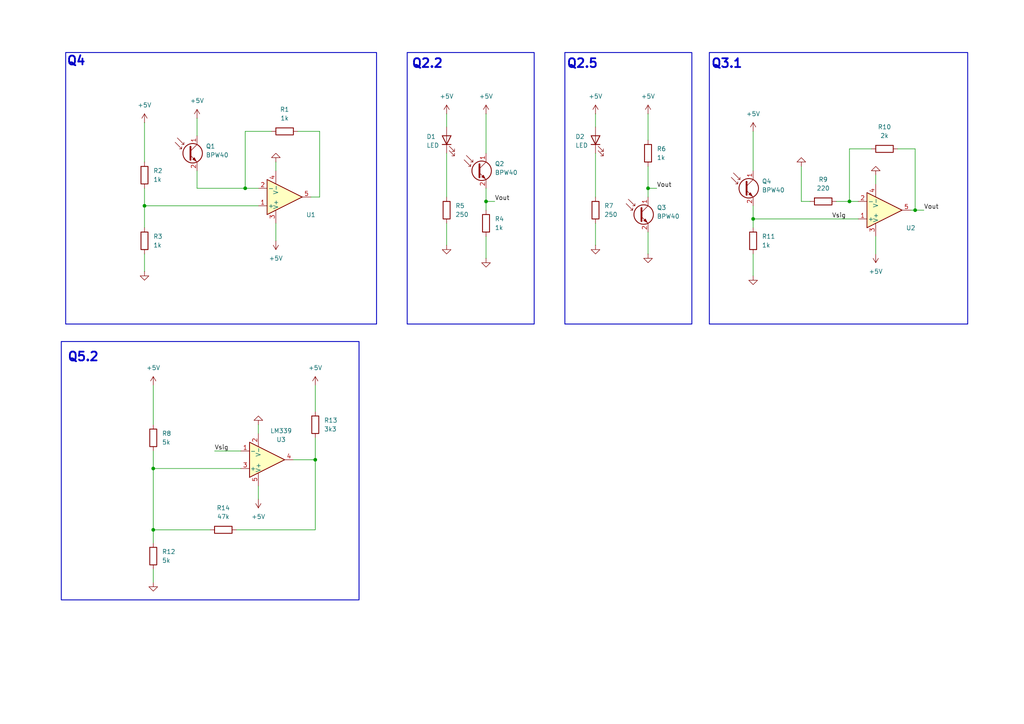
<source format=kicad_sch>
(kicad_sch (version 20250114) (generator "eeschema") (generator_version "9.0")
  (paper "A4")
  (lib_symbols
    (symbol "Comparator:LM397" (pin_names (offset 0.127))
      (property "Reference" "U" (at 1.27 5.08 0))
      (property "Value" "LM397" (at 3.81 -5.08 0))
      (symbol "LM397_0_1"
        (polyline (pts (xy -5.08 5.08) (xy 5.08 0) (xy -5.08 -5.08) (xy -5.08 5.08)) (stroke (width 0.254)) (fill (type background)))
      )
      (symbol "LM397_1_1"
        (pin input line (at -7.62 2.54 0) (length 2.54) (name "+") (number "3"))
        (pin input line (at -7.62 -2.54 0) (length 2.54) (name "-") (number "1"))
        (pin power_in line (at -2.54 7.62 270) (length 3.81) (name "V+") (number "5"))
        (pin power_in line (at -2.54 -7.62 90) (length 3.81) (name "V-") (number "2"))
        (pin open_collector line (at 7.62 0 180) (length 2.54) (name "~") (number "4"))
      )
    )
    (symbol "Device:LED" (pin_numbers (hide yes)) (pin_names (offset 1.016) (hide yes))
      (property "Reference" "D" (at 0 2.54 0))
      (property "Value" "LED" (at 0 -2.54 0))
      (symbol "LED_0_1"
        (polyline (pts (xy -3.048 -0.762) (xy -4.572 -2.286) (xy -3.81 -2.286) (xy -4.572 -2.286) (xy -4.572 -1.524)))
        (polyline (pts (xy -1.778 -0.762) (xy -3.302 -2.286) (xy -2.54 -2.286) (xy -3.302 -2.286) (xy -3.302 -1.524)))
        (polyline (pts (xy -1.27 0) (xy 1.27 0)))
        (polyline (pts (xy -1.27 -1.27) (xy -1.27 1.27)) (stroke (width 0.254)))
        (polyline (pts (xy 1.27 -1.27) (xy 1.27 1.27) (xy -1.27 0) (xy 1.27 -1.27)) (stroke (width 0.254)))
      )
      (symbol "LED_1_1"
        (pin passive line (at -3.81 0 0) (length 2.54) (name "K") (number "1"))
        (pin passive line (at 3.81 0 180) (length 2.54) (name "A") (number "2"))
      )
    )
    (symbol "Device:R" (pin_numbers (hide yes)) (pin_names (offset 0))
      (property "Reference" "R" (at 2.032 0 90))
      (property "Value" "R" (at 0 0 90))
      (symbol "R_0_1"
        (rectangle (start -1.016 -2.54) (end 1.016 2.54) (stroke (width 0.254)))
      )
      (symbol "R_1_1"
        (pin passive line (at 0 3.81 270) (length 1.27) (name "~") (number "1"))
        (pin passive line (at 0 -3.81 90) (length 1.27) (name "~") (number "2"))
      )
    )
    (symbol "Sensor_Optical:BPW40" (pin_names (offset 0) (hide yes))
      (property "Reference" "Q" (at 5.08 1.27 0))
      (property "Value" "BPW40" (at 5.08 -1.27 0))
      (symbol "BPW40_0_1"
        (polyline (pts (xy -3.81 3.175) (xy -1.905 1.27) (xy -1.905 1.905)))
        (polyline (pts (xy -3.175 4.445) (xy -1.27 2.54) (xy -1.27 3.175)))
        (polyline (pts (xy -1.905 1.27) (xy -2.54 1.27)))
        (polyline (pts (xy -1.27 2.54) (xy -1.905 2.54)))
        (polyline (pts (xy 0.635 1.905) (xy 0.635 -1.905)) (stroke (width 0.508)))
        (polyline (pts (xy 0.635 0.635) (xy 2.54 2.54)))
        (polyline (pts (xy 0.635 -0.635) (xy 2.54 -2.54)))
        (circle (center 1.27 0) (radius 2.8194) (stroke (width 0.254)))
        (polyline (pts (xy 1.27 -1.778) (xy 1.778 -1.27) (xy 2.286 -2.286) (xy 1.27 -1.778)) (fill (type outline)))
      )
      (symbol "BPW40_1_1"
        (pin passive line (at 2.54 5.08 270) (length 2.54) (name "C") (number "1"))
        (pin passive line (at 2.54 -5.08 90) (length 2.54) (name "E") (number "2"))
      )
    )
    (symbol "Simulation_SPICE:OPAMP" (pin_names (offset 0.254))
      (property "Reference" "U" (at 3.81 3.175 0))
      (property "Value" "${SIM.PARAMS}" (at 3.81 -3.175 0))
      (symbol "OPAMP_0_1"
        (polyline (pts (xy 5.08 0) (xy -5.08 5.08) (xy -5.08 -5.08) (xy 5.08 0)) (stroke (width 0.254)) (fill (type background)))
      )
      (symbol "OPAMP_1_1"
        (pin input line (at -7.62 2.54 0) (length 2.54) (name "+") (number "1"))
        (pin input line (at -7.62 -2.54 0) (length 2.54) (name "-") (number "2"))
        (pin power_in line (at -2.54 7.62 270) (length 3.81) (name "V+") (number "3"))
        (pin power_in line (at -2.54 -7.62 90) (length 3.81) (name "V-") (number "4"))
        (pin output line (at 7.62 0 180) (length 2.54) (name "~") (number "5"))
      )
    )
    (symbol "power:+5V" (power) (pin_numbers (hide yes)) (pin_names (offset 0) (hide yes))
      (property "Value" "+5V" (at 0 3.556 0))
      (symbol "+5V_0_1"
        (polyline (pts (xy -0.762 1.27) (xy 0 2.54)))
        (polyline (pts (xy 0 2.54) (xy 0.762 1.27)))
        (polyline (pts (xy 0 0) (xy 0 2.54)))
      )
      (symbol "+5V_1_1"
        (pin power_in line (at 0 0 90) (length 0) (name "~") (number "1"))
      )
    )
    (symbol "power:GND" (power) (pin_numbers (hide yes)) (pin_names (offset 0) (hide yes))
      (property "Value" "GND" (at 0 -3.81 0))
      (symbol "GND_0_1"
        (polyline (pts (xy 0 0) (xy 0 -1.27) (xy 1.27 -1.27) (xy 0 -2.54) (xy -1.27 -1.27) (xy 0 -1.27)))
      )
      (symbol "GND_1_1"
        (pin power_in line (at 0 0 270) (length 0) (name "~") (number "1"))
      )
    )
  )
  (rectangle (start 118.11 15.24) (end 154.94 93.98) (stroke (width 0.254)))
  (rectangle (start 205.74 15.24) (end 280.67 93.98) (stroke (width 0.254)))
  (rectangle (start 163.83 15.24) (end 200.66 93.98) (stroke (width 0.254)))
  (rectangle (start 17.78 99.06) (end 104.14 173.99) (stroke (width 0.254)))
  (rectangle (start 19.05 15.24) (end 109.22 93.98) (stroke (width 0.254)))
  (text "Q3.1" (at 210.82 18.542 0) (effects (font (size 2.54 2.54) (thickness 0.508) (bold yes))))
  (text "Q2.5" (at 168.91 18.542 0) (effects (font (size 2.54 2.54) (thickness 0.508) (bold yes))))
  (text "Q2.2\n\n" (at 123.952 20.574 0) (effects (font (size 2.54 2.54) (thickness 0.508) (bold yes))))
  (text "Q5.2" (at 24.13 103.632 0) (effects (font (size 2.54 2.54) (thickness 0.508) (bold yes))))
  (text "Q4" (at 22.098 17.78 0) (effects (font (size 2.54 2.54) (thickness 0.508) (bold yes))))
  (junction (at 44.45 135.89))
  (junction (at 265.43 60.96))
  (junction (at 140.97 58.42))
  (junction (at 91.44 133.35))
  (junction (at 246.38 58.42))
  (junction (at 71.12 54.61))
  (junction (at 218.44 63.5))
  (junction (at 187.96 54.61))
  (junction (at 44.45 153.67))
  (junction (at 41.91 59.69))
  (wire (pts (xy 44.45 130.81) (xy 44.45 135.89)))
  (wire (pts (xy 92.71 57.15) (xy 90.17 57.15)))
  (wire (pts (xy 187.96 54.61) (xy 190.5 54.61)))
  (wire (pts (xy 218.44 38.1) (xy 218.44 49.53)))
  (wire (pts (xy 41.91 59.69) (xy 74.93 59.69)))
  (wire (pts (xy 74.93 123.19) (xy 74.93 125.73)))
  (wire (pts (xy 92.71 57.15) (xy 92.71 38.1)))
  (wire (pts (xy 187.96 54.61) (xy 187.96 57.15)))
  (wire (pts (xy 60.96 153.67) (xy 44.45 153.67)))
  (wire (pts (xy 218.44 59.69) (xy 218.44 63.5)))
  (wire (pts (xy 129.54 44.45) (xy 129.54 57.15)))
  (wire (pts (xy 254 50.8) (xy 254 53.34)))
  (wire (pts (xy 80.01 46.99) (xy 80.01 49.53)))
  (wire (pts (xy 140.97 68.58) (xy 140.97 74.93)))
  (wire (pts (xy 218.44 63.5) (xy 218.44 66.04)))
  (wire (pts (xy 91.44 133.35) (xy 91.44 153.67)))
  (wire (pts (xy 57.15 54.61) (xy 71.12 54.61)))
  (wire (pts (xy 91.44 127) (xy 91.44 133.35)))
  (wire (pts (xy 187.96 48.26) (xy 187.96 54.61)))
  (wire (pts (xy 267.97 60.96) (xy 265.43 60.96)))
  (wire (pts (xy 172.72 44.45) (xy 172.72 57.15)))
  (wire (pts (xy 218.44 73.66) (xy 218.44 80.01)))
  (wire (pts (xy 44.45 153.67) (xy 44.45 157.48)))
  (wire (pts (xy 91.44 111.76) (xy 91.44 119.38)))
  (wire (pts (xy 57.15 34.29) (xy 57.15 39.37)))
  (wire (pts (xy 41.91 73.66) (xy 41.91 78.74)))
  (wire (pts (xy 74.93 140.97) (xy 74.93 144.78)))
  (wire (pts (xy 265.43 60.96) (xy 264.16 60.96)))
  (wire (pts (xy 232.41 48.26) (xy 232.41 58.42)))
  (wire (pts (xy 172.72 64.77) (xy 172.72 71.12)))
  (wire (pts (xy 246.38 58.42) (xy 246.38 43.18)))
  (wire (pts (xy 187.96 33.02) (xy 187.96 40.64)))
  (wire (pts (xy 254 68.58) (xy 254 73.66)))
  (wire (pts (xy 232.41 58.42) (xy 234.95 58.42)))
  (wire (pts (xy 44.45 135.89) (xy 44.45 153.67)))
  (wire (pts (xy 44.45 111.76) (xy 44.45 123.19)))
  (wire (pts (xy 44.45 165.1) (xy 44.45 168.91)))
  (wire (pts (xy 140.97 58.42) (xy 143.51 58.42)))
  (wire (pts (xy 218.44 63.5) (xy 248.92 63.5)))
  (wire (pts (xy 80.01 64.77) (xy 80.01 69.85)))
  (wire (pts (xy 78.74 38.1) (xy 71.12 38.1)))
  (wire (pts (xy 246.38 58.42) (xy 248.92 58.42)))
  (wire (pts (xy 71.12 38.1) (xy 71.12 54.61)))
  (wire (pts (xy 260.35 43.18) (xy 265.43 43.18)))
  (wire (pts (xy 41.91 59.69) (xy 41.91 66.04)))
  (wire (pts (xy 246.38 43.18) (xy 252.73 43.18)))
  (wire (pts (xy 91.44 133.35) (xy 85.09 133.35)))
  (wire (pts (xy 140.97 58.42) (xy 140.97 60.96)))
  (wire (pts (xy 68.58 153.67) (xy 91.44 153.67)))
  (wire (pts (xy 44.45 135.89) (xy 69.85 135.89)))
  (wire (pts (xy 57.15 49.53) (xy 57.15 54.61)))
  (wire (pts (xy 172.72 33.02) (xy 172.72 36.83)))
  (wire (pts (xy 242.57 58.42) (xy 246.38 58.42)))
  (wire (pts (xy 129.54 33.02) (xy 129.54 36.83)))
  (wire (pts (xy 41.91 35.56) (xy 41.91 46.99)))
  (wire (pts (xy 140.97 33.02) (xy 140.97 44.45)))
  (wire (pts (xy 71.12 54.61) (xy 74.93 54.61)))
  (wire (pts (xy 41.91 54.61) (xy 41.91 59.69)))
  (wire (pts (xy 187.96 67.31) (xy 187.96 73.66)))
  (wire (pts (xy 92.71 38.1) (xy 86.36 38.1)))
  (wire (pts (xy 62.23 130.81) (xy 69.85 130.81)))
  (wire (pts (xy 129.54 64.77) (xy 129.54 71.12)))
  (wire (pts (xy 140.97 54.61) (xy 140.97 58.42)))
  (wire (pts (xy 265.43 43.18) (xy 265.43 60.96)))
  (label "Vout" (at 267.97 60.96 0))
  (label "Vout" (at 143.51 58.42 0))
  (label "Vsig" (at 62.23 130.81 0))
  (label "Vout" (at 190.5 54.61 0))
  (label "Vsig" (at 241.3 63.5 0))
  (symbol (lib_id "Sensor_Optical:BPW40") (at 185.42 62.23 0) (unit 1)
    (property "Reference" "Q3" (at 190.5 60.2106 0) (effects (justify left)))
    (property "Value" "BPW40" (at 190.5 62.7506 0) (effects (justify left)))
    (property "Footprint" "LED_THT:LED_D5.0mm_Clear" (effects (hide yes)))
    (property "Datasheet" "https://www.rcscomponents.kiev.ua/datasheets/bpw40.pdf" (effects (hide yes)))
    (property "Description" "Phototransistor NPN" (effects (hide yes)))
  )
  (symbol (lib_id "Device:R") (at 256.54 43.18 90) (unit 1)
    (property "Reference" "R10" (at 256.54 36.83 90))
    (property "Value" "2k" (at 256.54 39.37 90))
    (property "Description" "Resistor" (effects (hide yes)))
  )
  (symbol (lib_id "power:+5V") (at 57.15 34.29 0) (unit 1)
    (property "Reference" "#PWR01" (effects (hide yes)))
    (property "Value" "+5V" (at 57.15 29.21 0))
    (property "Description" "Power symbol creates a global label with name \"+5V\"" (effects (hide yes)))
  )
  (symbol (lib_id "Device:LED") (at 129.54 40.64 90) (unit 1)
    (property "Reference" "D1" (at 123.698 39.624 90) (effects (justify right)))
    (property "Value" "LED" (at 123.698 42.164 90) (effects (justify right)))
    (property "Description" "Light emitting diode" (effects (hide yes)))
    (property "Sim.Pins" "1=K 2=A" (effects (hide yes)))
  )
  (symbol (lib_id "Sensor_Optical:BPW40") (at 215.9 54.61 0) (unit 1)
    (property "Reference" "Q4" (at 220.98 52.5906 0) (effects (justify left)))
    (property "Value" "BPW40" (at 220.98 55.1306 0) (effects (justify left)))
    (property "Footprint" "LED_THT:LED_D5.0mm_Clear" (effects (hide yes)))
    (property "Datasheet" "https://www.rcscomponents.kiev.ua/datasheets/bpw40.pdf" (effects (hide yes)))
    (property "Description" "Phototransistor NPN" (effects (hide yes)))
  )
  (symbol (lib_id "power:+5V") (at 80.01 69.85 180) (unit 1)
    (property "Reference" "#PWR03" (effects (hide yes)))
    (property "Value" "+5V" (at 80.01 74.93 0))
    (property "Description" "Power symbol creates a global label with name \"+5V\"" (effects (hide yes)))
  )
  (symbol (lib_id "Device:R") (at 238.76 58.42 90) (unit 1)
    (property "Reference" "R9" (at 238.76 52.07 90))
    (property "Value" "220" (at 238.76 54.61 90))
    (property "Description" "Resistor" (effects (hide yes)))
  )
  (symbol (lib_id "power:+5V") (at 172.72 33.02 0) (unit 1)
    (property "Reference" "#PWR012" (effects (hide yes)))
    (property "Value" "+5V" (at 172.72 27.94 0))
    (property "Description" "Power symbol creates a global label with name \"+5V\"" (effects (hide yes)))
  )
  (symbol (lib_id "Simulation_SPICE:OPAMP") (at 82.55 57.15 0) (mirror x) (unit 1)
    (property "Reference" "U1" (at 90.17 62.3002 0))
    (property "Value" "${SIM.PARAMS}" (at 90.17 60.3951 0))
    (property "Datasheet" "https://ngspice.sourceforge.io/docs/ngspice-html-manual/manual.xhtml#sec__SUBCKT_Subcircuits" (effects (hide yes)))
    (property "Description" "Operational amplifier, single" (effects (hide yes)))
    (property "Sim.Pins" "1=in+ 2=in- 3=vcc 4=vee 5=out" (effects (hide yes)))
    (property "Sim.Device" "SUBCKT" (effects (hide yes)))
    (property "Sim.Library" "${KICAD9_SYMBOL_DIR}/Simulation_SPICE.sp" (effects (hide yes)))
    (property "Sim.Name" "kicad_builtin_opamp" (effects (hide yes)))
  )
  (symbol (lib_id "power:+5V") (at 187.96 33.02 0) (unit 1)
    (property "Reference" "#PWR010" (effects (hide yes)))
    (property "Value" "+5V" (at 187.96 27.94 0))
    (property "Description" "Power symbol creates a global label with name \"+5V\"" (effects (hide yes)))
  )
  (symbol (lib_id "Sensor_Optical:BPW40") (at 138.43 49.53 0) (unit 1)
    (property "Reference" "Q2" (at 143.51 47.5106 0) (effects (justify left)))
    (property "Value" "BPW40" (at 143.51 50.0506 0) (effects (justify left)))
    (property "Footprint" "LED_THT:LED_D5.0mm_Clear" (effects (hide yes)))
    (property "Datasheet" "https://www.rcscomponents.kiev.ua/datasheets/bpw40.pdf" (effects (hide yes)))
    (property "Description" "Phototransistor NPN" (effects (hide yes)))
  )
  (symbol (lib_id "power:+5V") (at 254 73.66 180) (unit 1)
    (property "Reference" "#PWR015" (effects (hide yes)))
    (property "Value" "+5V" (at 254 78.74 0))
    (property "Description" "Power symbol creates a global label with name \"+5V\"" (effects (hide yes)))
  )
  (symbol (lib_id "Device:R") (at 129.54 60.96 180) (unit 1)
    (property "Reference" "R5" (at 132.08 59.6899 0) (effects (justify right)))
    (property "Value" "250" (at 132.08 62.2299 0) (effects (justify right)))
    (property "Description" "Resistor" (effects (hide yes)))
  )
  (symbol (lib_id "Device:R") (at 44.45 127 180) (unit 1)
    (property "Reference" "R8" (at 46.99 125.7299 0) (effects (justify right)))
    (property "Value" "5k" (at 46.99 128.2699 0) (effects (justify right)))
    (property "Description" "Resistor" (effects (hide yes)))
  )
  (symbol (lib_id "power:GND") (at 44.45 168.91 0) (unit 1)
    (property "Reference" "#PWR022" (effects (hide yes)))
    (property "Value" "GND" (effects (hide yes)))
    (property "Description" "Power symbol creates a global label with name \"GND\" , ground" (effects (hide yes)))
  )
  (symbol (lib_id "Simulation_SPICE:OPAMP") (at 256.54 60.96 0) (mirror x) (unit 1)
    (property "Reference" "U2" (at 264.16 66.1102 0))
    (property "Value" "${SIM.PARAMS}" (at 264.16 64.2051 0))
    (property "Datasheet" "https://ngspice.sourceforge.io/docs/ngspice-html-manual/manual.xhtml#sec__SUBCKT_Subcircuits" (effects (hide yes)))
    (property "Description" "Operational amplifier, single" (effects (hide yes)))
    (property "Sim.Pins" "1=in+ 2=in- 3=vcc 4=vee 5=out" (effects (hide yes)))
    (property "Sim.Device" "SUBCKT" (effects (hide yes)))
    (property "Sim.Library" "${KICAD9_SYMBOL_DIR}/Simulation_SPICE.sp" (effects (hide yes)))
    (property "Sim.Name" "kicad_builtin_opamp" (effects (hide yes)))
  )
  (symbol (lib_id "power:GND") (at 254 50.8 180) (unit 1)
    (property "Reference" "#PWR014" (effects (hide yes)))
    (property "Value" "GND" (effects (hide yes)))
    (property "Description" "Power symbol creates a global label with name \"GND\" , ground" (effects (hide yes)))
  )
  (symbol (lib_id "power:GND") (at 80.01 46.99 180) (unit 1)
    (property "Reference" "#PWR02" (effects (hide yes)))
    (property "Value" "GND" (effects (hide yes)))
    (property "Description" "Power symbol creates a global label with name \"GND\" , ground" (effects (hide yes)))
  )
  (symbol (lib_id "power:+5V") (at 74.93 144.78 180) (unit 1)
    (property "Reference" "#PWR019" (effects (hide yes)))
    (property "Value" "+5V" (at 74.93 149.86 0))
    (property "Description" "Power symbol creates a global label with name \"+5V\"" (effects (hide yes)))
  )
  (symbol (lib_id "power:GND") (at 41.91 78.74 0) (unit 1)
    (property "Reference" "#PWR05" (effects (hide yes)))
    (property "Value" "GND" (effects (hide yes)))
    (property "Description" "Power symbol creates a global label with name \"GND\" , ground" (effects (hide yes)))
  )
  (symbol (lib_id "Device:R") (at 187.96 44.45 180) (unit 1)
    (property "Reference" "R6" (at 190.5 43.1799 0) (effects (justify right)))
    (property "Value" "1k" (at 190.5 45.7199 0) (effects (justify right)))
    (property "Description" "Resistor" (effects (hide yes)))
  )
  (symbol (lib_id "Comparator:LM397") (at 77.47 133.35 0) (mirror x) (unit 1)
    (property "Reference" "U3" (at 81.534 127.508 0))
    (property "Value" "LM339" (at 81.534 124.968 0))
    (property "Footprint" "Package_TO_SOT_SMD:SOT-23-5" (effects (hide yes)))
    (property "Datasheet" "http://www.ti.com/lit/ds/symlink/lm397.pdf" (effects (hide yes)))
    (property "Description" "Single General-Purpose Voltage Comparator with Open-Collector Output, SOT-23-5" (effects (hide yes)))
  )
  (symbol (lib_id "Device:R") (at 44.45 161.29 180) (unit 1)
    (property "Reference" "R12" (at 46.99 160.0199 0) (effects (justify right)))
    (property "Value" "5k" (at 46.99 162.5599 0) (effects (justify right)))
    (property "Description" "Resistor" (effects (hide yes)))
  )
  (symbol (lib_id "power:+5V") (at 44.45 111.76 0) (unit 1)
    (property "Reference" "#PWR021" (effects (hide yes)))
    (property "Value" "+5V" (at 44.45 106.68 0))
    (property "Description" "Power symbol creates a global label with name \"+5V\"" (effects (hide yes)))
  )
  (symbol (lib_id "Device:R") (at 41.91 69.85 180) (unit 1)
    (property "Reference" "R3" (at 44.45 68.5799 0) (effects (justify right)))
    (property "Value" "1k" (at 44.45 71.1199 0) (effects (justify right)))
    (property "Description" "Resistor" (effects (hide yes)))
  )
  (symbol (lib_id "Device:R") (at 218.44 69.85 180) (unit 1)
    (property "Reference" "R11" (at 220.98 68.5799 0) (effects (justify right)))
    (property "Value" "1k" (at 220.98 71.1199 0) (effects (justify right)))
    (property "Description" "Resistor" (effects (hide yes)))
  )
  (symbol (lib_id "Device:R") (at 91.44 123.19 180) (unit 1)
    (property "Reference" "R13" (at 93.98 121.9199 0) (effects (justify right)))
    (property "Value" "3k3" (at 93.98 124.4599 0) (effects (justify right)))
    (property "Description" "Resistor" (effects (hide yes)))
  )
  (symbol (lib_id "Device:R") (at 140.97 64.77 180) (unit 1)
    (property "Reference" "R4" (at 143.51 63.4999 0) (effects (justify right)))
    (property "Value" "1k" (at 143.51 66.0399 0) (effects (justify right)))
    (property "Description" "Resistor" (effects (hide yes)))
  )
  (symbol (lib_id "power:+5V") (at 129.54 33.02 0) (unit 1)
    (property "Reference" "#PWR08" (effects (hide yes)))
    (property "Value" "+5V" (at 129.54 27.94 0))
    (property "Description" "Power symbol creates a global label with name \"+5V\"" (effects (hide yes)))
  )
  (symbol (lib_id "Device:R") (at 41.91 50.8 180) (unit 1)
    (property "Reference" "R2" (at 44.45 49.5299 0) (effects (justify right)))
    (property "Value" "1k" (at 44.45 52.0699 0) (effects (justify right)))
    (property "Description" "Resistor" (effects (hide yes)))
  )
  (symbol (lib_id "power:+5V") (at 91.44 111.76 0) (unit 1)
    (property "Reference" "#PWR023" (effects (hide yes)))
    (property "Value" "+5V" (at 91.44 106.68 0))
    (property "Description" "Power symbol creates a global label with name \"+5V\"" (effects (hide yes)))
  )
  (symbol (lib_id "power:GND") (at 140.97 74.93 0) (unit 1)
    (property "Reference" "#PWR07" (effects (hide yes)))
    (property "Value" "GND" (effects (hide yes)))
    (property "Description" "Power symbol creates a global label with name \"GND\" , ground" (effects (hide yes)))
  )
  (symbol (lib_id "Sensor_Optical:BPW40") (at 54.61 44.45 0) (unit 1)
    (property "Reference" "Q1" (at 59.69 42.4306 0) (effects (justify left)))
    (property "Value" "BPW40" (at 59.69 44.9706 0) (effects (justify left)))
    (property "Footprint" "LED_THT:LED_D5.0mm_Clear" (effects (hide yes)))
    (property "Datasheet" "https://www.rcscomponents.kiev.ua/datasheets/bpw40.pdf" (effects (hide yes)))
    (property "Description" "Phototransistor NPN" (effects (hide yes)))
  )
  (symbol (lib_id "power:GND") (at 74.93 123.19 180) (unit 1)
    (property "Reference" "#PWR020" (effects (hide yes)))
    (property "Value" "GND" (effects (hide yes)))
    (property "Description" "Power symbol creates a global label with name \"GND\" , ground" (effects (hide yes)))
  )
  (symbol (lib_id "power:GND") (at 218.44 80.01 0) (unit 1)
    (property "Reference" "#PWR018" (effects (hide yes)))
    (property "Value" "GND" (effects (hide yes)))
    (property "Description" "Power symbol creates a global label with name \"GND\" , ground" (effects (hide yes)))
  )
  (symbol (lib_id "power:GND") (at 232.41 48.26 180) (unit 1)
    (property "Reference" "#PWR016" (effects (hide yes)))
    (property "Value" "GND" (effects (hide yes)))
    (property "Description" "Power symbol creates a global label with name \"GND\" , ground" (effects (hide yes)))
  )
  (symbol (lib_id "Device:LED") (at 172.72 40.64 90) (unit 1)
    (property "Reference" "D2" (at 166.878 39.624 90) (effects (justify right)))
    (property "Value" "LED" (at 166.878 42.164 90) (effects (justify right)))
    (property "Description" "Light emitting diode" (effects (hide yes)))
    (property "Sim.Pins" "1=K 2=A" (effects (hide yes)))
  )
  (symbol (lib_id "power:+5V") (at 140.97 33.02 0) (unit 1)
    (property "Reference" "#PWR06" (effects (hide yes)))
    (property "Value" "+5V" (at 140.97 27.94 0))
    (property "Description" "Power symbol creates a global label with name \"+5V\"" (effects (hide yes)))
  )
  (symbol (lib_id "power:GND") (at 172.72 71.12 0) (unit 1)
    (property "Reference" "#PWR013" (effects (hide yes)))
    (property "Value" "GND" (effects (hide yes)))
    (property "Description" "Power symbol creates a global label with name \"GND\" , ground" (effects (hide yes)))
  )
  (symbol (lib_id "power:GND") (at 187.96 73.66 0) (unit 1)
    (property "Reference" "#PWR011" (effects (hide yes)))
    (property "Value" "GND" (effects (hide yes)))
    (property "Description" "Power symbol creates a global label with name \"GND\" , ground" (effects (hide yes)))
  )
  (symbol (lib_id "Device:R") (at 82.55 38.1 90) (unit 1)
    (property "Reference" "R1" (at 82.55 31.75 90))
    (property "Value" "1k" (at 82.55 34.29 90))
    (property "Description" "Resistor" (effects (hide yes)))
  )
  (symbol (lib_id "power:GND") (at 129.54 71.12 0) (unit 1)
    (property "Reference" "#PWR09" (effects (hide yes)))
    (property "Value" "GND" (effects (hide yes)))
    (property "Description" "Power symbol creates a global label with name \"GND\" , ground" (effects (hide yes)))
  )
  (symbol (lib_id "power:+5V") (at 41.91 35.56 0) (unit 1)
    (property "Reference" "#PWR04" (effects (hide yes)))
    (property "Value" "+5V" (at 41.91 30.48 0))
    (property "Description" "Power symbol creates a global label with name \"+5V\"" (effects (hide yes)))
  )
  (symbol (lib_id "Device:R") (at 172.72 60.96 180) (unit 1)
    (property "Reference" "R7" (at 175.26 59.6899 0) (effects (justify right)))
    (property "Value" "250" (at 175.26 62.2299 0) (effects (justify right)))
    (property "Description" "Resistor" (effects (hide yes)))
  )
  (symbol (lib_id "Device:R") (at 64.77 153.67 270) (unit 1)
    (property "Reference" "R14" (at 64.77 147.32 90))
    (property "Value" "47k" (at 64.77 149.86 90))
    (property "Description" "Resistor" (effects (hide yes)))
  )
  (symbol (lib_id "power:+5V") (at 218.44 38.1 0) (unit 1)
    (property "Reference" "#PWR017" (effects (hide yes)))
    (property "Value" "+5V" (at 218.44 33.02 0))
    (property "Description" "Power symbol creates a global label with name \"+5V\"" (effects (hide yes)))
  )
)
</source>
